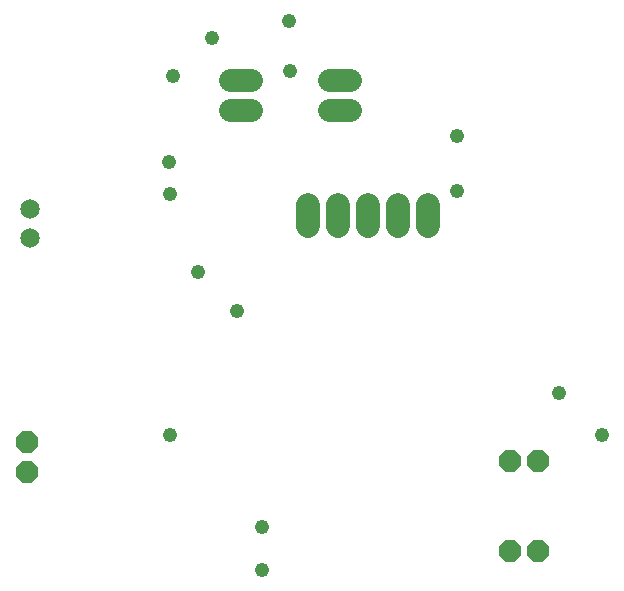
<source format=gbr>
G04 EAGLE Gerber RS-274X export*
G75*
%MOMM*%
%FSLAX34Y34*%
%LPD*%
%INSoldermask Top*%
%IPPOS*%
%AMOC8*
5,1,8,0,0,1.08239X$1,22.5*%
G01*
%ADD10C,1.656000*%
%ADD11P,1.979475X8X292.500000*%
%ADD12P,1.979475X8X112.500000*%
%ADD13C,1.930400*%
%ADD14C,2.016000*%
%ADD15C,1.209600*%


D10*
X55500Y323600D03*
X55500Y298600D03*
D11*
X52900Y125900D03*
X52900Y100500D03*
D12*
X486000Y33900D03*
X486000Y110100D03*
D11*
X462000Y110100D03*
X462000Y33900D03*
D13*
X242636Y432700D02*
X225364Y432700D01*
X225364Y407300D02*
X242636Y407300D01*
X309364Y407300D02*
X326636Y407300D01*
X326636Y432700D02*
X309364Y432700D01*
D14*
X392800Y327064D02*
X392800Y308936D01*
X367400Y308936D02*
X367400Y327064D01*
X342000Y327064D02*
X342000Y308936D01*
X316600Y308936D02*
X316600Y327064D01*
X291200Y327064D02*
X291200Y308936D01*
D15*
X417100Y385300D03*
X417000Y339000D03*
X231000Y237000D03*
X198000Y270000D03*
X173500Y363300D03*
X174000Y336000D03*
X174000Y132000D03*
X252000Y54000D03*
X252000Y18000D03*
X210000Y468000D03*
X177000Y436400D03*
X540000Y132000D03*
X504000Y168000D03*
X275700Y440600D03*
X275500Y483000D03*
M02*

</source>
